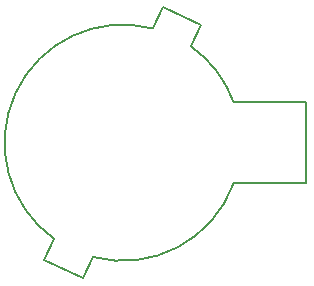
<source format=gm1>
%FSLAX24Y24*%
%MOIN*%
G70*
G01*
G75*
G04 Layer_Color=16711935*
%ADD10C,0.0500*%
%ADD11C,0.0060*%
G04:AMPARAMS|DCode=12|XSize=19.7mil|YSize=23.6mil|CornerRadius=0mil|HoleSize=0mil|Usage=FLASHONLY|Rotation=225.000|XOffset=0mil|YOffset=0mil|HoleType=Round|Shape=Rectangle|*
%AMROTATEDRECTD12*
4,1,4,-0.0014,0.0153,0.0153,-0.0014,0.0014,-0.0153,-0.0153,0.0014,-0.0014,0.0153,0.0*
%
%ADD12ROTATEDRECTD12*%

G04:AMPARAMS|DCode=13|XSize=21.7mil|YSize=23.6mil|CornerRadius=0mil|HoleSize=0mil|Usage=FLASHONLY|Rotation=135.000|XOffset=0mil|YOffset=0mil|HoleType=Round|Shape=Rectangle|*
%AMROTATEDRECTD13*
4,1,4,0.0160,0.0007,-0.0007,-0.0160,-0.0160,-0.0007,0.0007,0.0160,0.0160,0.0007,0.0*
%
%ADD13ROTATEDRECTD13*%

%ADD14C,0.0394*%
G04:AMPARAMS|DCode=15|XSize=19.7mil|YSize=23.6mil|CornerRadius=0mil|HoleSize=0mil|Usage=FLASHONLY|Rotation=135.000|XOffset=0mil|YOffset=0mil|HoleType=Round|Shape=Rectangle|*
%AMROTATEDRECTD15*
4,1,4,0.0153,0.0014,-0.0014,-0.0153,-0.0153,-0.0014,0.0014,0.0153,0.0153,0.0014,0.0*
%
%ADD15ROTATEDRECTD15*%

%ADD16R,0.0236X0.0197*%
%ADD17C,0.0310*%
G04:AMPARAMS|DCode=18|XSize=39.4mil|YSize=70.9mil|CornerRadius=0mil|HoleSize=0mil|Usage=FLASHONLY|Rotation=45.000|XOffset=0mil|YOffset=0mil|HoleType=Round|Shape=Rectangle|*
%AMROTATEDRECTD18*
4,1,4,0.0111,-0.0390,-0.0390,0.0111,-0.0111,0.0390,0.0390,-0.0111,0.0111,-0.0390,0.0*
%
%ADD18ROTATEDRECTD18*%

G04:AMPARAMS|DCode=19|XSize=47.2mil|YSize=43.3mil|CornerRadius=0mil|HoleSize=0mil|Usage=FLASHONLY|Rotation=45.000|XOffset=0mil|YOffset=0mil|HoleType=Round|Shape=Rectangle|*
%AMROTATEDRECTD19*
4,1,4,-0.0014,-0.0320,-0.0320,-0.0014,0.0014,0.0320,0.0320,0.0014,-0.0014,-0.0320,0.0*
%
%ADD19ROTATEDRECTD19*%

%ADD20C,0.0071*%
%ADD21P,0.0251X4X65.0*%
%ADD22R,0.0256X0.0197*%
%ADD23C,0.0087*%
G04:AMPARAMS|DCode=24|XSize=25.6mil|YSize=27.6mil|CornerRadius=0mil|HoleSize=0mil|Usage=FLASHONLY|Rotation=110.000|XOffset=0mil|YOffset=0mil|HoleType=Round|Shape=Rectangle|*
%AMROTATEDRECTD24*
4,1,4,0.0173,-0.0073,-0.0086,-0.0167,-0.0173,0.0073,0.0086,0.0167,0.0173,-0.0073,0.0*
%
%ADD24ROTATEDRECTD24*%

G04:AMPARAMS|DCode=25|XSize=25.6mil|YSize=27.6mil|CornerRadius=0mil|HoleSize=0mil|Usage=FLASHONLY|Rotation=20.000|XOffset=0mil|YOffset=0mil|HoleType=Round|Shape=Rectangle|*
%AMROTATEDRECTD25*
4,1,4,-0.0073,-0.0173,-0.0167,0.0086,0.0073,0.0173,0.0167,-0.0086,-0.0073,-0.0173,0.0*
%
%ADD25ROTATEDRECTD25*%

%ADD26C,0.0100*%
%ADD27C,0.0150*%
%ADD28C,0.0050*%
%ADD29C,0.0080*%
%ADD30C,0.0090*%
%ADD31C,0.0200*%
%ADD32P,0.0835X4X335.0*%
%ADD33C,0.0591*%
%ADD34C,0.0390*%
%ADD35C,0.0240*%
%ADD36C,0.0100*%
%ADD37P,0.1771X4X290.0*%
%ADD38C,0.0059*%
%ADD39C,0.0079*%
%ADD40C,0.0039*%
%ADD41C,0.0070*%
G04:AMPARAMS|DCode=42|XSize=25.7mil|YSize=29.6mil|CornerRadius=0mil|HoleSize=0mil|Usage=FLASHONLY|Rotation=225.000|XOffset=0mil|YOffset=0mil|HoleType=Round|Shape=Rectangle|*
%AMROTATEDRECTD42*
4,1,4,-0.0014,0.0196,0.0196,-0.0014,0.0014,-0.0196,-0.0196,0.0014,-0.0014,0.0196,0.0*
%
%ADD42ROTATEDRECTD42*%

G04:AMPARAMS|DCode=43|XSize=27.7mil|YSize=29.6mil|CornerRadius=0mil|HoleSize=0mil|Usage=FLASHONLY|Rotation=135.000|XOffset=0mil|YOffset=0mil|HoleType=Round|Shape=Rectangle|*
%AMROTATEDRECTD43*
4,1,4,0.0203,0.0007,-0.0007,-0.0203,-0.0203,-0.0007,0.0007,0.0203,0.0203,0.0007,0.0*
%
%ADD43ROTATEDRECTD43*%

%ADD44C,0.0454*%
G04:AMPARAMS|DCode=45|XSize=25.7mil|YSize=29.6mil|CornerRadius=0mil|HoleSize=0mil|Usage=FLASHONLY|Rotation=135.000|XOffset=0mil|YOffset=0mil|HoleType=Round|Shape=Rectangle|*
%AMROTATEDRECTD45*
4,1,4,0.0196,0.0014,-0.0014,-0.0196,-0.0196,-0.0014,0.0014,0.0196,0.0196,0.0014,0.0*
%
%ADD45ROTATEDRECTD45*%

%ADD46R,0.0296X0.0257*%
%ADD47C,0.0370*%
G04:AMPARAMS|DCode=48|XSize=45.4mil|YSize=76.9mil|CornerRadius=0mil|HoleSize=0mil|Usage=FLASHONLY|Rotation=45.000|XOffset=0mil|YOffset=0mil|HoleType=Round|Shape=Rectangle|*
%AMROTATEDRECTD48*
4,1,4,0.0111,-0.0432,-0.0432,0.0111,-0.0111,0.0432,0.0432,-0.0111,0.0111,-0.0432,0.0*
%
%ADD48ROTATEDRECTD48*%

G04:AMPARAMS|DCode=49|XSize=53.2mil|YSize=49.3mil|CornerRadius=0mil|HoleSize=0mil|Usage=FLASHONLY|Rotation=45.000|XOffset=0mil|YOffset=0mil|HoleType=Round|Shape=Rectangle|*
%AMROTATEDRECTD49*
4,1,4,-0.0014,-0.0363,-0.0363,-0.0014,0.0014,0.0363,0.0363,0.0014,-0.0014,-0.0363,0.0*
%
%ADD49ROTATEDRECTD49*%

%ADD50C,0.0131*%
%ADD51C,0.0151*%
%ADD52P,0.0335X4X65.0*%
%ADD53R,0.0316X0.0257*%
%ADD54C,0.0126*%
G04:AMPARAMS|DCode=55|XSize=31.6mil|YSize=33.6mil|CornerRadius=0mil|HoleSize=0mil|Usage=FLASHONLY|Rotation=110.000|XOffset=0mil|YOffset=0mil|HoleType=Round|Shape=Rectangle|*
%AMROTATEDRECTD55*
4,1,4,0.0212,-0.0091,-0.0104,-0.0206,-0.0212,0.0091,0.0104,0.0206,0.0212,-0.0091,0.0*
%
%ADD55ROTATEDRECTD55*%

G04:AMPARAMS|DCode=56|XSize=31.6mil|YSize=33.6mil|CornerRadius=0mil|HoleSize=0mil|Usage=FLASHONLY|Rotation=20.000|XOffset=0mil|YOffset=0mil|HoleType=Round|Shape=Rectangle|*
%AMROTATEDRECTD56*
4,1,4,-0.0091,-0.0212,-0.0206,0.0104,0.0091,0.0212,0.0206,-0.0104,-0.0091,-0.0212,0.0*
%
%ADD56ROTATEDRECTD56*%

%ADD57P,0.0920X4X335.0*%
%ADD58C,0.0651*%
%ADD59C,0.5118*%
%ADD60P,0.1855X4X290.0*%
D11*
X995Y3809D02*
G03*
X-2280Y-3210I-995J-3809D01*
G01*
X3702Y1341D02*
G03*
X2280Y3210I-3702J-1341D01*
G01*
X-995Y-3809D02*
G03*
X3700Y-1350I997J3809D01*
G01*
X6120D02*
Y1340D01*
X3700D02*
X6120D01*
X3699Y-1350D02*
X6120D01*
X1328Y4518D02*
X2611Y3916D01*
X995Y3808D02*
X1328Y4518D01*
X2280Y3210D02*
X2611Y3916D01*
X-2611Y-3918D02*
X-1328Y-4519D01*
X-995Y-3809D01*
X-2611Y-3918D02*
X-2280Y-3211D01*
M02*

</source>
